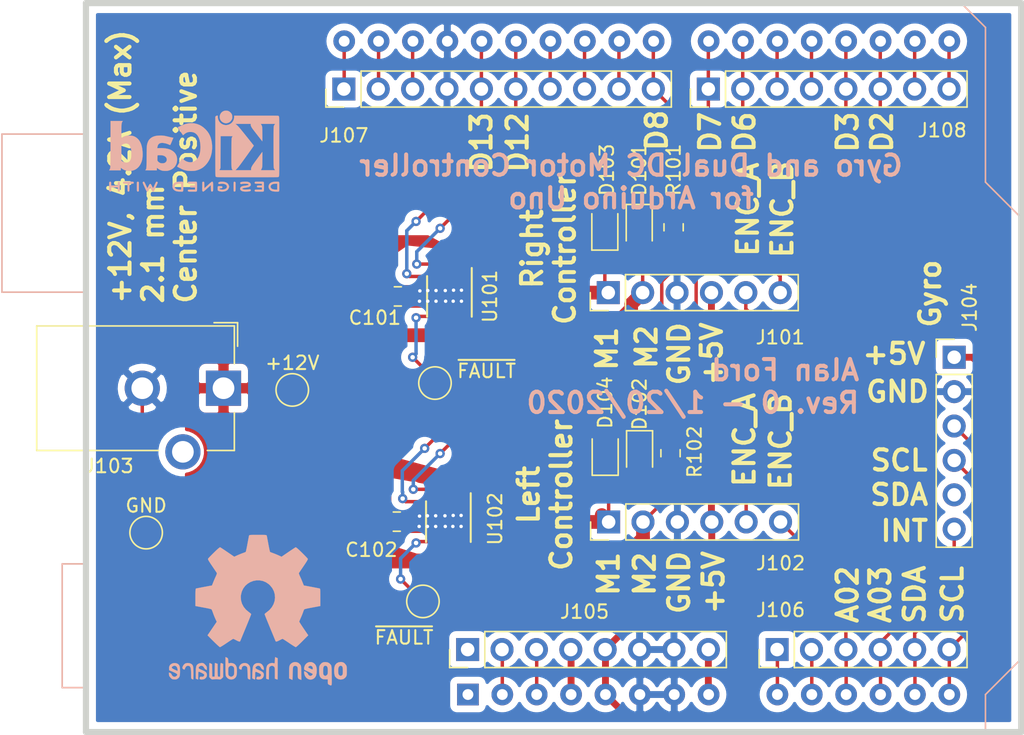
<source format=kicad_pcb>
(kicad_pcb (version 20171130) (host pcbnew "(5.1.4-0-10_14)")
  (layers (0 F.Cu signal) (31 B.Cu signal) (34 B.Paste user) (35 F.Paste user) (36 B.SilkS user) (37 F.SilkS user) (38 B.Mask user) (39 F.Mask user) (44 Edge.Cuts user))
  (net 0 "")
  (net 1 /SCL)
  (net 2 /SDA)
  (net 3 /D2)
  (net 4 /IOREF)
  (net 5 /D3)
  (net 6 /RESET)
  (net 7 /D4)
  (net 8 +3V3)
  (net 9 /D5)
  (net 10 +5V)
  (net 11 /D6)
  (net 12 GND)
  (net 13 /D7)
  (net 14 /D8)
  (net 15 +12V)
  (net 16 /D9)
  (net 17 /D10)
  (net 18 /D11)
  (net 19 /D12)
  (net 20 /D13)
  (net 21 /AREF)
  (net 22 /D0)
  (net 23 /D1)
  (net 24 "Net-(D101-Pad1)")
  (net 25 "Net-(D102-Pad1)")
  (net 26 "Net-(U101-Pad1)")
  (net 27 "Net-(U102-Pad1)")
  (net 28 /Vin)
  (net 29 /M1R)
  (net 30 /M1L)
  (net 31 /M2R)
  (net 32 /M2L)
  (net 33 /ALT_SCL)
  (net 34 /ALT_SDA)
  (net 35 /A0)
  (net 36 /A1)
  (net 37 /A2)
  (net 38 /A3)
  (net 39 "Net-(TP101-Pad1)")
  (net 40 "Net-(TP102-Pad1)")
  (module Symbol:OSHW-Logo2_14.6x12mm_SilkScreen (layer B.Cu) (at 133.858 104.775 180)
    (fp_text reference REF** hide)
    (fp_text value OSHW-Logo2_14.6x12mm_SilkScreen hide)
  )
  (module TestPoint:TestPoint_Pad_D2.0mm (layer F.Cu) (at 125.603 99.06)
    (fp_text reference GND (at 0 -1.998) (layer F.SilkS))
    (fp_text value TestPoint_Pad_D2.0mm)
    (pad 1 smd circle (at 0 0) (size 2 2) (layers F.Cu F.Mask) (net 12 GND))
  )
  (module TestPoint:TestPoint_Pad_D2.0mm (layer F.Cu) (at 136.398 88.519)
    (fp_text reference +12V (at 0 -1.998) (layer F.SilkS))
    (fp_text value TestPoint_Pad_D2.0mm)
    (pad 1 smd circle (at 0 0) (size 2 2) (layers F.Cu F.Mask) (net 15 +12V))
  )
  (module Symbol:KiCad-Logo2_5mm_SilkScreen (layer B.Cu) (at 129.159 70.866 180)
    (fp_text reference REF** hide)
    (fp_text value KiCad-Logo2_5mm_SilkScreen hide)
  )
  (module Capacitor_SMD:C_0805_2012Metric (layer F.Cu) (at 144.1196 98.2472)
    (fp_text reference C102 (at -1.8796 2.0828) (layer F.SilkS))
    (fp_text value "1 uF" hide)
    (pad 2 smd roundrect (at 0.9375 0) (size 0.975 1.4) (layers F.Cu F.Paste F.Mask) (net 12 GND))
    (pad 1 smd roundrect (at -0.9375 0) (size 0.975 1.4) (layers F.Cu F.Paste F.Mask) (net 15 +12V))
  )
  (module Connector_PinHeader_2.54mm:PinHeader_1x06_P2.54mm_Vertical (layer F.Cu) (at 159.7406 81.3308 90)
    (fp_text reference J101 (at -3.302 12.7) (layer F.SilkS))
    (fp_text value Conn_01x06 hide)
    (pad 6 thru_hole oval (at 0 12.7 90) (size 1.7 1.7) (drill 1) (layers *.Cu *.Mask) (net 11 /D6))
    (pad 5 thru_hole oval (at 0 10.16 90) (size 1.7 1.7) (drill 1) (layers *.Cu *.Mask) (net 5 /D3))
    (pad 4 thru_hole oval (at 0 7.62 90) (size 1.7 1.7) (drill 1) (layers *.Cu *.Mask) (net 10 +5V))
    (pad 3 thru_hole oval (at 0 5.08 90) (size 1.7 1.7) (drill 1) (layers *.Cu *.Mask) (net 12 GND))
    (pad 2 thru_hole oval (at 0 2.54 90) (size 1.7 1.7) (drill 1) (layers *.Cu *.Mask) (net 31 /M2R))
    (pad 1 thru_hole rect (at 0 0 90) (size 1.7 1.7) (drill 1) (layers *.Cu *.Mask) (net 29 /M1R))
  )
  (module LED_SMD:LED_0805_2012Metric (layer F.Cu) (at 162.0266 76.5048 270)
    (fp_text reference D101 (at -4.2418 0 90) (layer F.SilkS))
    (fp_text value RED hide)
    (pad 1 smd roundrect (at -0.9375 0 270) (size 0.975 1.4) (layers F.Cu F.Paste F.Mask) (net 24 "Net-(D101-Pad1)"))
    (pad 2 smd roundrect (at 0.9375 0 270) (size 0.975 1.4) (layers F.Cu F.Paste F.Mask) (net 29 /M1R))
  )
  (module Resistor_SMD:R_0805_2012Metric (layer F.Cu) (at 164.5666 76.5048 270)
    (fp_text reference R101 (at -4.2418 0 90) (layer F.SilkS))
    (fp_text value 4.7K hide)
    (pad 1 smd roundrect (at -0.9375 0 270) (size 0.975 1.4) (layers F.Cu F.Paste F.Mask) (net 24 "Net-(D101-Pad1)"))
    (pad 2 smd roundrect (at 0.9375 0 270) (size 0.975 1.4) (layers F.Cu F.Paste F.Mask) (net 31 /M2R))
  )
  (module Connector_PinHeader_2.54mm:PinHeader_1x06_P2.54mm_Vertical (layer F.Cu) (at 159.766 98.2726 90)
    (fp_text reference J102 (at -3.048 12.7) (layer F.SilkS))
    (fp_text value Conn_01x06 hide)
    (pad 1 thru_hole rect (at 0 0 90) (size 1.7 1.7) (drill 1) (layers *.Cu *.Mask) (net 30 /M1L))
    (pad 2 thru_hole oval (at 0 2.54 90) (size 1.7 1.7) (drill 1) (layers *.Cu *.Mask) (net 32 /M2L))
    (pad 3 thru_hole oval (at 0 5.08 90) (size 1.7 1.7) (drill 1) (layers *.Cu *.Mask) (net 12 GND))
    (pad 4 thru_hole oval (at 0 7.62 90) (size 1.7 1.7) (drill 1) (layers *.Cu *.Mask) (net 10 +5V))
    (pad 5 thru_hole oval (at 0 10.16 90) (size 1.7 1.7) (drill 1) (layers *.Cu *.Mask) (net 3 /D2))
    (pad 6 thru_hole oval (at 0 12.7 90) (size 1.7 1.7) (drill 1) (layers *.Cu *.Mask) (net 37 /A2))
  )
  (module Module:Arduino_UNO_R3 (layer B.Cu) (at 149.373001 111.019001)
    (fp_text reference A101 hide)
    (fp_text value Arduino_UNO_R3 hide)
    (pad 32 thru_hole oval (at -9.14 -48.26 270) (size 1.6 1.6) (drill 0.8) (layers *.Cu *.Mask) (net 33 /ALT_SCL))
    (pad 31 thru_hole oval (at -6.6 -48.26 270) (size 1.6 1.6) (drill 0.8) (layers *.Cu *.Mask) (net 34 /ALT_SDA))
    (pad 1 thru_hole rect (at 0 0 270) (size 1.6 1.6) (drill 0.8) (layers *.Cu *.Mask))
    (pad 17 thru_hole oval (at 30.48 -48.26 270) (size 1.6 1.6) (drill 0.8) (layers *.Cu *.Mask) (net 3 /D2))
    (pad 2 thru_hole oval (at 2.54 0 270) (size 1.6 1.6) (drill 0.8) (layers *.Cu *.Mask) (net 4 /IOREF))
    (pad 18 thru_hole oval (at 27.94 -48.26 270) (size 1.6 1.6) (drill 0.8) (layers *.Cu *.Mask) (net 5 /D3))
    (pad 3 thru_hole oval (at 5.08 0 270) (size 1.6 1.6) (drill 0.8) (layers *.Cu *.Mask) (net 6 /RESET))
    (pad 19 thru_hole oval (at 25.4 -48.26 270) (size 1.6 1.6) (drill 0.8) (layers *.Cu *.Mask) (net 7 /D4))
    (pad 4 thru_hole oval (at 7.62 0 270) (size 1.6 1.6) (drill 0.8) (layers *.Cu *.Mask) (net 8 +3V3))
    (pad 20 thru_hole oval (at 22.86 -48.26 270) (size 1.6 1.6) (drill 0.8) (layers *.Cu *.Mask) (net 9 /D5))
    (pad 5 thru_hole oval (at 10.16 0 270) (size 1.6 1.6) (drill 0.8) (layers *.Cu *.Mask) (net 10 +5V))
    (pad 21 thru_hole oval (at 20.32 -48.26 270) (size 1.6 1.6) (drill 0.8) (layers *.Cu *.Mask) (net 11 /D6))
    (pad 6 thru_hole oval (at 12.7 0 270) (size 1.6 1.6) (drill 0.8) (layers *.Cu *.Mask) (net 12 GND))
    (pad 22 thru_hole oval (at 17.78 -48.26 270) (size 1.6 1.6) (drill 0.8) (layers *.Cu *.Mask) (net 13 /D7))
    (pad 7 thru_hole oval (at 15.24 0 270) (size 1.6 1.6) (drill 0.8) (layers *.Cu *.Mask) (net 12 GND))
    (pad 23 thru_hole oval (at 13.72 -48.26 270) (size 1.6 1.6) (drill 0.8) (layers *.Cu *.Mask) (net 14 /D8))
    (pad 8 thru_hole oval (at 17.78 0 270) (size 1.6 1.6) (drill 0.8) (layers *.Cu *.Mask) (net 28 /Vin))
    (pad 24 thru_hole oval (at 11.18 -48.26 270) (size 1.6 1.6) (drill 0.8) (layers *.Cu *.Mask) (net 16 /D9))
    (pad 9 thru_hole oval (at 22.86 0 270) (size 1.6 1.6) (drill 0.8) (layers *.Cu *.Mask) (net 35 /A0))
    (pad 25 thru_hole oval (at 8.64 -48.26 270) (size 1.6 1.6) (drill 0.8) (layers *.Cu *.Mask) (net 17 /D10))
    (pad 10 thru_hole oval (at 25.4 0 270) (size 1.6 1.6) (drill 0.8) (layers *.Cu *.Mask) (net 36 /A1))
    (pad 26 thru_hole oval (at 6.1 -48.26 270) (size 1.6 1.6) (drill 0.8) (layers *.Cu *.Mask) (net 18 /D11))
    (pad 11 thru_hole oval (at 27.94 0 270) (size 1.6 1.6) (drill 0.8) (layers *.Cu *.Mask) (net 37 /A2))
    (pad 27 thru_hole oval (at 3.56 -48.26 270) (size 1.6 1.6) (drill 0.8) (layers *.Cu *.Mask) (net 19 /D12))
    (pad 12 thru_hole oval (at 30.48 0 270) (size 1.6 1.6) (drill 0.8) (layers *.Cu *.Mask) (net 38 /A3))
    (pad 28 thru_hole oval (at 1.02 -48.26 270) (size 1.6 1.6) (drill 0.8) (layers *.Cu *.Mask) (net 20 /D13))
    (pad 13 thru_hole oval (at 33.02 0 270) (size 1.6 1.6) (drill 0.8) (layers *.Cu *.Mask) (net 2 /SDA))
    (pad 29 thru_hole oval (at -1.52 -48.26 270) (size 1.6 1.6) (drill 0.8) (layers *.Cu *.Mask) (net 12 GND))
    (pad 14 thru_hole oval (at 35.56 0 270) (size 1.6 1.6) (drill 0.8) (layers *.Cu *.Mask) (net 1 /SCL))
    (pad 30 thru_hole oval (at -4.06 -48.26 270) (size 1.6 1.6) (drill 0.8) (layers *.Cu *.Mask) (net 21 /AREF))
    (pad 15 thru_hole oval (at 35.56 -48.26 270) (size 1.6 1.6) (drill 0.8) (layers *.Cu *.Mask) (net 22 /D0))
    (pad 16 thru_hole oval (at 33.02 -48.26 270) (size 1.6 1.6) (drill 0.8) (layers *.Cu *.Mask) (net 23 /D1))
  )
  (module Capacitor_SMD:C_0805_2012Metric (layer F.Cu) (at 144.1958 81.6102)
    (fp_text reference C101 (at -1.7018 1.5748) (layer F.SilkS))
    (fp_text value "1 uF" hide)
    (pad 1 smd roundrect (at -0.9375 0) (size 0.975 1.4) (layers F.Cu F.Paste F.Mask) (net 15 +12V))
    (pad 2 smd roundrect (at 0.9375 0) (size 0.975 1.4) (layers F.Cu F.Paste F.Mask) (net 12 GND))
  )
  (module LED_SMD:LED_0805_2012Metric (layer F.Cu) (at 162.052 93.218 270)
    (fp_text reference D102 (at -3.6576 0 90) (layer F.SilkS))
    (fp_text value RED hide)
    (pad 2 smd roundrect (at 0.9375 0 270) (size 0.975 1.4) (layers F.Cu F.Paste F.Mask) (net 30 /M1L))
    (pad 1 smd roundrect (at -0.9375 0 270) (size 0.975 1.4) (layers F.Cu F.Paste F.Mask) (net 25 "Net-(D102-Pad1)"))
  )
  (module Connector_PinHeader_2.54mm:PinHeader_1x08_P2.54mm_Vertical (layer F.Cu) (at 149.352 107.696 90)
    (fp_text reference J105 (at 2.794 8.636 180) (layer F.SilkS))
    (fp_text value Conn_01x08 hide)
    (pad 1 thru_hole rect (at 0 0 90) (size 1.7 1.7) (drill 1) (layers *.Cu *.Mask))
    (pad 2 thru_hole oval (at 0 2.54 90) (size 1.7 1.7) (drill 1) (layers *.Cu *.Mask) (net 4 /IOREF))
    (pad 3 thru_hole oval (at 0 5.08 90) (size 1.7 1.7) (drill 1) (layers *.Cu *.Mask) (net 6 /RESET))
    (pad 4 thru_hole oval (at 0 7.62 90) (size 1.7 1.7) (drill 1) (layers *.Cu *.Mask) (net 8 +3V3))
    (pad 5 thru_hole oval (at 0 10.16 90) (size 1.7 1.7) (drill 1) (layers *.Cu *.Mask) (net 10 +5V))
    (pad 6 thru_hole oval (at 0 12.7 90) (size 1.7 1.7) (drill 1) (layers *.Cu *.Mask) (net 12 GND))
    (pad 7 thru_hole oval (at 0 15.24 90) (size 1.7 1.7) (drill 1) (layers *.Cu *.Mask) (net 12 GND))
    (pad 8 thru_hole oval (at 0 17.78 90) (size 1.7 1.7) (drill 1) (layers *.Cu *.Mask) (net 28 /Vin))
  )
  (module Connector_PinHeader_2.54mm:PinHeader_1x06_P2.54mm_Vertical (layer F.Cu) (at 172.212 107.696 90)
    (fp_text reference J106 (at 2.921 0.254 180) (layer F.SilkS))
    (fp_text value Conn_01x06 hide)
    (pad 1 thru_hole rect (at 0 0 90) (size 1.7 1.7) (drill 1) (layers *.Cu *.Mask) (net 35 /A0))
    (pad 2 thru_hole oval (at 0 2.54 90) (size 1.7 1.7) (drill 1) (layers *.Cu *.Mask) (net 36 /A1))
    (pad 3 thru_hole oval (at 0 5.08 90) (size 1.7 1.7) (drill 1) (layers *.Cu *.Mask) (net 37 /A2))
    (pad 4 thru_hole oval (at 0 7.62 90) (size 1.7 1.7) (drill 1) (layers *.Cu *.Mask) (net 38 /A3))
    (pad 5 thru_hole oval (at 0 10.16 90) (size 1.7 1.7) (drill 1) (layers *.Cu *.Mask) (net 2 /SDA))
    (pad 6 thru_hole oval (at 0 12.7 90) (size 1.7 1.7) (drill 1) (layers *.Cu *.Mask) (net 1 /SCL))
  )
  (module Connector_PinHeader_2.54mm:PinHeader_1x10_P2.54mm_Vertical (layer F.Cu) (at 140.208 66.294 90)
    (fp_text reference J107 (at -3.429 0 180) (layer F.SilkS))
    (fp_text value Conn_01x10 hide)
    (pad 1 thru_hole rect (at 0 0 90) (size 1.7 1.7) (drill 1) (layers *.Cu *.Mask) (net 33 /ALT_SCL))
    (pad 2 thru_hole oval (at 0 2.54 90) (size 1.7 1.7) (drill 1) (layers *.Cu *.Mask) (net 34 /ALT_SDA))
    (pad 3 thru_hole oval (at 0 5.08 90) (size 1.7 1.7) (drill 1) (layers *.Cu *.Mask) (net 21 /AREF))
    (pad 4 thru_hole oval (at 0 7.62 90) (size 1.7 1.7) (drill 1) (layers *.Cu *.Mask) (net 12 GND))
    (pad 5 thru_hole oval (at 0 10.16 90) (size 1.7 1.7) (drill 1) (layers *.Cu *.Mask) (net 20 /D13))
    (pad 6 thru_hole oval (at 0 12.7 90) (size 1.7 1.7) (drill 1) (layers *.Cu *.Mask) (net 19 /D12))
    (pad 7 thru_hole oval (at 0 15.24 90) (size 1.7 1.7) (drill 1) (layers *.Cu *.Mask) (net 18 /D11))
    (pad 8 thru_hole oval (at 0 17.78 90) (size 1.7 1.7) (drill 1) (layers *.Cu *.Mask) (net 17 /D10))
    (pad 9 thru_hole oval (at 0 20.32 90) (size 1.7 1.7) (drill 1) (layers *.Cu *.Mask) (net 16 /D9))
    (pad 10 thru_hole oval (at 0 22.86 90) (size 1.7 1.7) (drill 1) (layers *.Cu *.Mask) (net 14 /D8))
  )
  (module Connector_PinHeader_2.54mm:PinHeader_1x08_P2.54mm_Vertical (layer F.Cu) (at 167.132 66.294 90)
    (fp_text reference J108 (at -3.048 17.272) (layer F.SilkS))
    (fp_text value Conn_01x08 hide)
    (pad 8 thru_hole oval (at 0 17.78 90) (size 1.7 1.7) (drill 1) (layers *.Cu *.Mask) (net 22 /D0))
    (pad 7 thru_hole oval (at 0 15.24 90) (size 1.7 1.7) (drill 1) (layers *.Cu *.Mask) (net 23 /D1))
    (pad 6 thru_hole oval (at 0 12.7 90) (size 1.7 1.7) (drill 1) (layers *.Cu *.Mask) (net 3 /D2))
    (pad 5 thru_hole oval (at 0 10.16 90) (size 1.7 1.7) (drill 1) (layers *.Cu *.Mask) (net 5 /D3))
    (pad 4 thru_hole oval (at 0 7.62 90) (size 1.7 1.7) (drill 1) (layers *.Cu *.Mask) (net 7 /D4))
    (pad 3 thru_hole oval (at 0 5.08 90) (size 1.7 1.7) (drill 1) (layers *.Cu *.Mask) (net 9 /D5))
    (pad 2 thru_hole oval (at 0 2.54 90) (size 1.7 1.7) (drill 1) (layers *.Cu *.Mask) (net 11 /D6))
    (pad 1 thru_hole rect (at 0 0 90) (size 1.7 1.7) (drill 1) (layers *.Cu *.Mask) (net 13 /D7))
  )
  (module Resistor_SMD:R_0805_2012Metric (layer F.Cu) (at 164.338 93.1926 270)
    (fp_text reference R102 (at -0.1016 -1.778 90) (layer F.SilkS))
    (fp_text value 4.7K hide)
    (pad 2 smd roundrect (at 0.9375 0 270) (size 0.975 1.4) (layers F.Cu F.Paste F.Mask) (net 32 /M2L))
    (pad 1 smd roundrect (at -0.9375 0 270) (size 0.975 1.4) (layers F.Cu F.Paste F.Mask) (net 25 "Net-(D102-Pad1)"))
  )
  (module Connector_PinHeader_2.54mm:PinHeader_1x06_P2.54mm_Vertical (layer F.Cu) (at 185.293 86.106)
    (fp_text reference J104 (at 1.143 -3.683 90) (layer F.SilkS))
    (fp_text value Conn_01x06 hide)
    (pad 1 thru_hole rect (at 0 0) (size 1.7 1.7) (drill 1) (layers *.Cu *.Mask) (net 10 +5V))
    (pad 2 thru_hole oval (at 0 2.54) (size 1.7 1.7) (drill 1) (layers *.Cu *.Mask) (net 12 GND))
    (pad 3 thru_hole oval (at 0 5.08) (size 1.7 1.7) (drill 1) (layers *.Cu *.Mask) (net 1 /SCL))
    (pad 4 thru_hole oval (at 0 7.62) (size 1.7 1.7) (drill 1) (layers *.Cu *.Mask) (net 2 /SDA))
    (pad 5 thru_hole oval (at 0 10.16) (size 1.7 1.7) (drill 1) (layers *.Cu *.Mask))
    (pad 6 thru_hole oval (at 0 12.7) (size 1.7 1.7) (drill 1) (layers *.Cu *.Mask) (net 38 /A3))
  )
  (module motor_controller:max14870 (layer F.Cu) (at 148.0058 81.6102 270)
    (fp_text reference U101 (at 0 -2.9972 90) (layer F.SilkS))
    (fp_text value MAX14780 hide)
    (pad 1 smd rect (at -1.475 -1.25 270) (size 0.65 0.3) (layers F.Cu F.Paste F.Mask) (net 26 "Net-(U101-Pad1)"))
    (pad 2 smd rect (at -1.475 -0.75 270) (size 0.65 0.3) (layers F.Cu F.Paste F.Mask) (net 29 /M1R))
    (pad 3 smd rect (at -1.475 -0.25 270) (size 0.65 0.3) (layers F.Cu F.Paste F.Mask) (net 15 +12V))
    (pad 4 smd rect (at -1.475 0.25 270) (size 0.65 0.3) (layers F.Cu F.Paste F.Mask) (net 12 GND))
    (pad 5 smd rect (at -1.475 0.75 270) (size 0.65 0.3) (layers F.Cu F.Paste F.Mask) (net 19 /D12))
    (pad 8 smd rect (at 1.475 0.75 270) (size 0.65 0.3) (layers F.Cu F.Paste F.Mask) (net 12 GND))
    (pad 9 smd rect (at 1.475 0.25 270) (size 0.65 0.3) (layers F.Cu F.Paste F.Mask) (net 12 GND))
    (pad 10 smd rect (at 1.475 -0.25 270) (size 0.65 0.3) (layers F.Cu F.Paste F.Mask) (net 15 +12V))
    (pad 11 smd rect (at 1.475 -0.75 270) (size 0.65 0.3) (layers F.Cu F.Paste F.Mask) (net 31 /M2R))
    (pad 12 smd rect (at 1.475 -1.25 270) (size 0.65 0.3) (layers F.Cu F.Paste F.Mask) (net 26 "Net-(U101-Pad1)"))
    (pad 13 smd rect (at 0 0 270) (size 1.7 2.5) (layers F.Cu F.Mask) (net 12 GND))
    (pad 6 smd rect (at -1.475 1.25 270) (size 0.65 0.3) (layers F.Cu F.Paste F.Mask) (net 20 /D13))
    (pad 7 smd rect (at 1.475 1.25 270) (size 0.65 0.3) (layers F.Cu F.Paste F.Mask) (net 39 "Net-(TP101-Pad1)"))
  )
  (module motor_controller:max14870 (layer F.Cu) (at 147.9296 98.2472 270)
    (fp_text reference U102 (at -0.2032 -3.4544 90) (layer F.SilkS))
    (fp_text value MAX14780 hide)
    (pad 7 smd rect (at 1.475 1.25 270) (size 0.65 0.3) (layers F.Cu F.Paste F.Mask) (net 40 "Net-(TP102-Pad1)"))
    (pad 6 smd rect (at -1.475 1.25 270) (size 0.65 0.3) (layers F.Cu F.Paste F.Mask) (net 14 /D8))
    (pad 13 smd rect (at 0 0 270) (size 1.7 2.5) (layers F.Cu F.Mask) (net 12 GND))
    (pad 12 smd rect (at 1.475 -1.25 270) (size 0.65 0.3) (layers F.Cu F.Paste F.Mask) (net 27 "Net-(U102-Pad1)"))
    (pad 11 smd rect (at 1.475 -0.75 270) (size 0.65 0.3) (layers F.Cu F.Paste F.Mask) (net 32 /M2L))
    (pad 10 smd rect (at 1.475 -0.25 270) (size 0.65 0.3) (layers F.Cu F.Paste F.Mask) (net 15 +12V))
    (pad 9 smd rect (at 1.475 0.25 270) (size 0.65 0.3) (layers F.Cu F.Paste F.Mask) (net 12 GND))
    (pad 8 smd rect (at 1.475 0.75 270) (size 0.65 0.3) (layers F.Cu F.Paste F.Mask) (net 12 GND))
    (pad 5 smd rect (at -1.475 0.75 270) (size 0.65 0.3) (layers F.Cu F.Paste F.Mask) (net 13 /D7))
    (pad 4 smd rect (at -1.475 0.25 270) (size 0.65 0.3) (layers F.Cu F.Paste F.Mask) (net 12 GND))
    (pad 3 smd rect (at -1.475 -0.25 270) (size 0.65 0.3) (layers F.Cu F.Paste F.Mask) (net 15 +12V))
    (pad 2 smd rect (at -1.475 -0.75 270) (size 0.65 0.3) (layers F.Cu F.Paste F.Mask) (net 30 /M1L))
    (pad 1 smd rect (at -1.475 -1.25 270) (size 0.65 0.3) (layers F.Cu F.Paste F.Mask) (net 27 "Net-(U102-Pad1)"))
  )
  (module LED_SMD:LED_0805_2012Metric (layer F.Cu) (at 159.4866 76.5048 90)
    (fp_text reference D103 (at 4.2418 0.1524 90) (layer F.SilkS))
    (fp_text value GREEN)
    (pad 1 smd roundrect (at -0.9375 0 90) (size 0.975 1.4) (layers F.Cu F.Paste F.Mask) (net 29 /M1R))
    (pad 2 smd roundrect (at 0.9375 0 90) (size 0.975 1.4) (layers F.Cu F.Paste F.Mask) (net 24 "Net-(D101-Pad1)"))
  )
  (module LED_SMD:LED_0805_2012Metric (layer F.Cu) (at 159.512 93.1395 90)
    (fp_text reference D104 (at 3.683 0 90) (layer F.SilkS))
    (fp_text value GREEN)
    (pad 2 smd roundrect (at 0.9375 0 90) (size 0.975 1.4) (layers F.Cu F.Paste F.Mask) (net 25 "Net-(D102-Pad1)"))
    (pad 1 smd roundrect (at -0.9375 0 90) (size 0.975 1.4) (layers F.Cu F.Paste F.Mask) (net 30 /M1L))
  )
  (module Connector_BarrelJack:BarrelJack_CUI_PJ-102AH_Horizontal (layer F.Cu) (at 131.318 88.392 270)
    (fp_text reference J103 (at 5.75 8.45) (layer F.SilkS))
    (fp_text value Barrel_Jack_Switch)
    (pad 1 thru_hole rect (at 0 0 270) (size 2.6 2.6) (drill 1.6) (layers *.Cu *.Mask) (net 15 +12V))
    (pad 2 thru_hole circle (at 0 6 270) (size 2.6 2.6) (drill 1.6) (layers *.Cu *.Mask) (net 12 GND))
    (pad 3 thru_hole circle (at 4.7 3 270) (size 2.6 2.6) (drill 1.6) (layers *.Cu *.Mask))
  )
  (module TestPoint:TestPoint_Pad_D2.0mm (layer F.Cu) (at 146.939 88.011)
    (fp_text reference ~FAULT (at 3.81 -0.889) (layer F.SilkS))
    (fp_text value TestPoint)
    (pad 1 smd circle (at 0 0) (size 2 2) (layers F.Cu F.Mask) (net 39 "Net-(TP101-Pad1)"))
  )
  (module TestPoint:TestPoint_Pad_D2.0mm (layer F.Cu) (at 146.05 104.14)
    (fp_text reference ~FAULT (at -1.397 2.667) (layer F.SilkS))
    (fp_text value TestPoint)
    (pad 1 smd circle (at 0 0) (size 2 2) (layers F.Cu F.Mask) (net 40 "Net-(TP102-Pad1)"))
  )
  (gr_text SCL (at 185.166 103.632 90) (layer F.SilkS) (effects (font (size 1.5 1.5) (thickness 0.3))))
  (gr_text SDA (at 182.372 103.632 90) (layer F.SilkS) (effects (font (size 1.5 1.5) (thickness 0.3))))
  (gr_text A03 (at 179.832 103.632 90) (layer F.SilkS) (effects (font (size 1.5 1.5) (thickness 0.3))))
  (gr_text A02 (at 177.419 103.632 90) (layer F.SilkS) (effects (font (size 1.5 1.5) (thickness 0.3))))
  (gr_text D13 (at 150.368 70.231 90) (layer F.SilkS) (effects (font (size 1.5 1.5) (thickness 0.3))))
  (gr_text D12 (at 153.035 70.231 90) (layer F.SilkS) (effects (font (size 1.5 1.5) (thickness 0.3))))
  (gr_text D8 (at 163.322 69.342 90) (layer F.SilkS) (effects (font (size 1.5 1.5) (thickness 0.3))))
  (gr_text D7 (at 167.259 69.469 90) (layer F.SilkS) (effects (font (size 1.5 1.5) (thickness 0.3))))
  (gr_text D6 (at 169.799 69.469 90) (layer F.SilkS) (effects (font (size 1.5 1.5) (thickness 0.3))))
  (gr_text D3 (at 177.419 69.469 90) (layer F.SilkS) (effects (font (size 1.5 1.5) (thickness 0.3))))
  (gr_text D2 (at 179.959 69.469 90) (layer F.SilkS) (effects (font (size 1.5 1.5) (thickness 0.3))))
  (gr_text "Alan Ford\nRev. 0 - 1/20/2020" (at 178.435 88.265) (layer B.SilkS) (effects (font (size 1.5 1.5) (thickness 0.3)) (justify left mirror)))
  (gr_text "Gyro and Dual DC Motor Controller\nfor Arduino Uno" (at 161.417 73.152) (layer B.SilkS) (effects (font (size 1.5 1.5) (thickness 0.3)) (justify mirror)))
  (gr_text "+12V, 4.2A (Max)\n2.1 mm \nCenter Positive" (at 126.111 82.296 90) (layer F.SilkS) (effects (font (size 1.5 1.5) (thickness 0.3)) (justify left)))
  (gr_text M1 (at 159.639 85.471 90) (layer F.SilkS) (effects (font (size 1.5 1.5) (thickness 0.3))))
  (gr_text M2 (at 162.56 85.344 90) (layer F.SilkS) (effects (font (size 1.5 1.5) (thickness 0.3))))
  (gr_text GND (at 164.973 85.852 90) (layer F.SilkS) (effects (font (size 1.5 1.5) (thickness 0.3))))
  (gr_text +5V (at 167.386 85.852 90) (layer F.SilkS) (effects (font (size 1.5 1.5) (thickness 0.3))))
  (gr_text ENC_B (at 172.593 75.184 90) (layer F.SilkS) (effects (font (size 1.5 1.5) (thickness 0.3))))
  (gr_text ENC_A (at 170.053 75.184 90) (layer F.SilkS) (effects (font (size 1.5 1.5) (thickness 0.3))))
  (gr_text ENC_B (at 172.466 92.329 90) (layer F.SilkS) (effects (font (size 1.5 1.5) (thickness 0.3))))
  (gr_text ENC_A (at 169.799 92.202 90) (layer F.SilkS) (effects (font (size 1.5 1.5) (thickness 0.3))))
  (gr_text +5V (at 167.513 102.743 90) (layer F.SilkS) (effects (font (size 1.5 1.5) (thickness 0.3))))
  (gr_text GND (at 164.973 102.743 90) (layer F.SilkS) (effects (font (size 1.5 1.5) (thickness 0.3))))
  (gr_text M2 (at 162.433 102.108 90) (layer F.SilkS) (effects (font (size 1.5 1.5) (thickness 0.3))))
  (gr_text M1 (at 159.766 102.108 90) (layer F.SilkS) (effects (font (size 1.5 1.5) (thickness 0.3))))
  (gr_text INT (at 181.61 98.933) (layer F.SilkS) (effects (font (size 1.5 1.5) (thickness 0.3))))
  (gr_text SDA (at 181.229 96.266) (layer F.SilkS) (effects (font (size 1.5 1.5) (thickness 0.3))))
  (gr_text SCL (at 181.229 93.726) (layer F.SilkS) (effects (font (size 1.5 1.5) (thickness 0.3))))
  (gr_text GND (at 181.102 88.646) (layer F.SilkS) (effects (font (size 1.5 1.5) (thickness 0.3))))
  (gr_text +5V (at 180.848 85.852) (layer F.SilkS) (effects (font (size 1.5 1.5) (thickness 0.3))))
  (gr_text Gyro (at 183.515 81.407 90) (layer F.SilkS) (effects (font (size 1.5 1.5) (thickness 0.3))))
  (gr_text "Left\nController" (at 155.067 96.266 90) (layer F.SilkS) (effects (font (size 1.5 1.5) (thickness 0.3))))
  (gr_text "Right\nController" (at 155.321 78.105 90) (layer F.SilkS) (effects (font (size 1.5 1.5) (thickness 0.3))))
  (gr_line (start 121.158 113.792) (end 121.158 59.944) (layer Edge.Cuts) (width 0.4572))
  (gr_line (start 190.246 113.792) (end 121.158 113.792) (layer Edge.Cuts) (width 0.4572))
  (gr_line (start 190.246 59.944) (end 190.246 113.792) (layer Edge.Cuts) (width 0.4572))
  (gr_line (start 121.158 59.944) (end 190.246 59.944) (layer Edge.Cuts) (width 0.4572))
  (segment (start 184.933001 107.717001) (end 184.912 107.696) (width 0.254) (layer F.Cu) (net 1))
  (segment (start 184.933001 111.019001) (end 184.933001 107.717001) (width 0.254) (layer F.Cu) (net 1))
  (segment (start 187.96 93.853) (end 185.293 91.186) (width 0.254) (layer F.Cu) (net 1))
  (segment (start 187.96 104.648) (end 187.96 93.853) (width 0.254) (layer F.Cu) (net 1))
  (segment (start 184.912 107.696) (end 187.96 104.648) (width 0.254) (layer F.Cu) (net 1))
  (segment (start 182.393001 107.717001) (end 182.372 107.696) (width 0.254) (layer F.Cu) (net 2))
  (segment (start 182.393001 111.019001) (end 182.393001 107.717001) (width 0.254) (layer F.Cu) (net 2))
  (segment (start 187.198 95.631) (end 185.293 93.726) (width 0.254) (layer F.Cu) (net 2))
  (segment (start 184.404 105.156) (end 187.198 102.362) (width 0.254) (layer F.Cu) (net 2))
  (segment (start 187.198 102.362) (end 187.198 95.631) (width 0.254) (layer F.Cu) (net 2))
  (segment (start 182.372 107.696) (end 182.372 106.493919) (width 0.254) (layer F.Cu) (net 2))
  (segment (start 183.709919 105.156) (end 184.404 105.156) (width 0.254) (layer F.Cu) (net 2))
  (segment (start 182.372 106.493919) (end 183.709919 105.156) (width 0.254) (layer F.Cu) (net 2))
  (segment (start 179.832 62.780002) (end 179.853001 62.759001) (width 0.254) (layer F.Cu) (net 3))
  (segment (start 179.832 66.294) (end 179.832 62.780002) (width 0.254) (layer F.Cu) (net 3))
  (segment (start 169.926 98.2726) (end 169.926 90.424) (width 0.254) (layer F.Cu) (net 3))
  (segment (start 179.832 80.518) (end 179.832 66.294) (width 0.254) (layer F.Cu) (net 3))
  (segment (start 169.926 90.424) (end 179.832 80.518) (width 0.254) (layer F.Cu) (net 3))
  (segment (start 151.913001 107.717001) (end 151.892 107.696) (width 0.254) (layer F.Cu) (net 4))
  (segment (start 151.913001 111.019001) (end 151.913001 107.717001) (width 0.254) (layer F.Cu) (net 4))
  (segment (start 177.292 62.780002) (end 177.313001 62.759001) (width 0.254) (layer F.Cu) (net 5))
  (segment (start 177.292 66.294) (end 177.292 62.780002) (width 0.254) (layer F.Cu) (net 5))
  (segment (start 169.9006 82.532881) (end 172.330719 84.963) (width 0.254) (layer F.Cu) (net 5))
  (segment (start 169.9006 81.3308) (end 169.9006 82.532881) (width 0.254) (layer F.Cu) (net 5))
  (segment (start 172.330719 84.963) (end 173.228 84.963) (width 0.254) (layer F.Cu) (net 5))
  (segment (start 177.292 80.899) (end 177.292 66.294) (width 0.254) (layer F.Cu) (net 5))
  (segment (start 173.228 84.963) (end 177.292 80.899) (width 0.254) (layer F.Cu) (net 5))
  (segment (start 154.453001 107.717001) (end 154.432 107.696) (width 0.254) (layer F.Cu) (net 6))
  (segment (start 154.453001 111.019001) (end 154.453001 107.717001) (width 0.254) (layer F.Cu) (net 6))
  (segment (start 174.752 62.780002) (end 174.773001 62.759001) (width 0.254) (layer F.Cu) (net 7))
  (segment (start 174.752 66.294) (end 174.752 62.780002) (width 0.254) (layer F.Cu) (net 7))
  (segment (start 156.993001 107.717001) (end 156.972 107.696) (width 0.508) (layer F.Cu) (net 8))
  (segment (start 156.993001 111.019001) (end 156.993001 107.717001) (width 0.508) (layer F.Cu) (net 8))
  (segment (start 172.212 62.780002) (end 172.233001 62.759001) (width 0.254) (layer F.Cu) (net 9))
  (segment (start 172.212 66.294) (end 172.212 62.780002) (width 0.254) (layer F.Cu) (net 9))
  (segment (start 159.533001 107.717001) (end 159.512 107.696) (width 0.508) (layer F.Cu) (net 10))
  (segment (start 159.533001 111.019001) (end 159.533001 107.717001) (width 0.508) (layer F.Cu) (net 10))
  (segment (start 167.3606 98.2472) (end 167.386 98.2726) (width 0.508) (layer F.Cu) (net 10))
  (segment (start 167.3606 81.3308) (end 167.3606 98.2472) (width 0.508) (layer F.Cu) (net 10))
  (segment (start 167.386 98.2726) (end 167.386 99.9998) (width 0.508) (layer F.Cu) (net 10))
  (segment (start 167.386 99.9998) (end 163.195 104.1908) (width 0.508) (layer F.Cu) (net 10))
  (segment (start 163.0172 104.1908) (end 159.512 107.696) (width 0.508) (layer F.Cu) (net 10))
  (segment (start 163.195 104.1908) (end 163.0172 104.1908) (width 0.508) (layer F.Cu) (net 10))
  (segment (start 186.651 86.106) (end 185.293 86.106) (width 0.508) (layer F.Cu) (net 10))
  (segment (start 188.976 88.431) (end 186.651 86.106) (width 0.508) (layer F.Cu) (net 10))
  (segment (start 188.976 108.458) (end 188.976 88.431) (width 0.508) (layer F.Cu) (net 10))
  (segment (start 159.533001 111.019001) (end 161.29 112.776) (width 0.508) (layer F.Cu) (net 10))
  (segment (start 161.29 112.776) (end 185.487764 112.776) (width 0.508) (layer F.Cu) (net 10))
  (segment (start 186.69 110.744) (end 188.976 108.458) (width 0.508) (layer F.Cu) (net 10))
  (segment (start 186.69 111.573764) (end 186.69 110.744) (width 0.508) (layer F.Cu) (net 10))
  (segment (start 185.487764 112.776) (end 186.69 111.573764) (width 0.508) (layer F.Cu) (net 10))
  (segment (start 169.672 62.780002) (end 169.693001 62.759001) (width 0.254) (layer F.Cu) (net 11))
  (segment (start 169.672 66.294) (end 169.672 62.780002) (width 0.254) (layer F.Cu) (net 11))
  (segment (start 172.4406 80.128719) (end 171.196 78.884119) (width 0.254) (layer F.Cu) (net 11))
  (segment (start 172.4406 81.3308) (end 172.4406 80.128719) (width 0.254) (layer F.Cu) (net 11))
  (segment (start 171.196 78.884119) (end 171.196 73.406) (width 0.254) (layer F.Cu) (net 11))
  (segment (start 169.672 66.294) (end 169.672 71.882) (width 0.254) (layer F.Cu) (net 11))
  (segment (start 171.196 73.406) (end 169.672 71.882) (width 0.254) (layer F.Cu) (net 11))
  (via (at 148.2598 98.6028) (size 0.508) (drill 0.254) (layers F.Cu B.Cu) (net 12))
  (via (at 148.2852 97.79) (size 0.508) (drill 0.254) (layers F.Cu B.Cu) (net 12))
  (via (at 147.701 98.6028) (size 0.508) (drill 0.254) (layers F.Cu B.Cu) (net 12))
  (via (at 146.9898 98.6028) (size 0.508) (drill 0.254) (layers F.Cu B.Cu) (net 12))
  (via (at 146.9898 97.8154) (size 0.508) (drill 0.254) (layers F.Cu B.Cu) (net 12))
  (via (at 147.6756 97.8154) (size 0.508) (drill 0.254) (layers F.Cu B.Cu) (net 12))
  (via (at 148.8694 97.79) (size 0.508) (drill 0.254) (layers F.Cu B.Cu) (net 12))
  (via (at 148.8694 98.6028) (size 0.508) (drill 0.254) (layers F.Cu B.Cu) (net 12))
  (via (at 146.3802 97.8154) (size 0.508) (drill 0.254) (layers F.Cu B.Cu) (net 12))
  (via (at 146.3802 98.6028) (size 0.508) (drill 0.254) (layers F.Cu B.Cu) (net 12))
  (via (at 145.796 97.8408) (size 0.508) (drill 0.254) (layers F.Cu B.Cu) (net 12))
  (via (at 145.7706 98.6028) (size 0.508) (drill 0.254) (layers F.Cu B.Cu) (net 12))
  (via (at 147.701 81.1784) (size 0.508) (drill 0.254) (layers F.Cu B.Cu) (net 12))
  (via (at 148.2852 81.9658) (size 0.508) (drill 0.254) (layers F.Cu B.Cu) (net 12))
  (via (at 146.4056 81.1784) (size 0.508) (drill 0.254) (layers F.Cu B.Cu) (net 12))
  (via (at 147.0152 81.1784) (size 0.508) (drill 0.254) (layers F.Cu B.Cu) (net 12))
  (via (at 148.8948 81.153) (size 0.508) (drill 0.254) (layers F.Cu B.Cu) (net 12))
  (via (at 148.8948 81.9658) (size 0.508) (drill 0.254) (layers F.Cu B.Cu) (net 12))
  (via (at 148.3106 81.153) (size 0.508) (drill 0.254) (layers F.Cu B.Cu) (net 12))
  (via (at 147.7264 81.9658) (size 0.508) (drill 0.254) (layers F.Cu B.Cu) (net 12))
  (via (at 146.4056 81.9658) (size 0.508) (drill 0.254) (layers F.Cu B.Cu) (net 12))
  (via (at 145.796 81.9658) (size 0.508) (drill 0.254) (layers F.Cu B.Cu) (net 12))
  (via (at 145.8214 81.2038) (size 0.508) (drill 0.254) (layers F.Cu B.Cu) (net 12))
  (via (at 147.0152 81.9658) (size 0.508) (drill 0.254) (layers F.Cu B.Cu) (net 12))
  (segment (start 147.2558 82.3602) (end 148.0058 81.6102) (width 0.254) (layer F.Cu) (net 12))
  (segment (start 147.2558 83.0852) (end 147.2558 82.3602) (width 0.254) (layer F.Cu) (net 12))
  (segment (start 147.7558 81.8602) (end 148.0058 81.6102) (width 0.254) (layer F.Cu) (net 12))
  (segment (start 147.7558 83.0852) (end 147.7558 81.8602) (width 0.254) (layer F.Cu) (net 12))
  (segment (start 147.7558 81.3602) (end 148.0058 81.6102) (width 0.254) (layer F.Cu) (net 12))
  (segment (start 147.7558 80.1352) (end 147.7558 81.3602) (width 0.254) (layer F.Cu) (net 12))
  (segment (start 147.6796 97.9972) (end 147.9296 98.2472) (width 0.254) (layer F.Cu) (net 12))
  (segment (start 147.6796 96.7722) (end 147.6796 97.9972) (width 0.254) (layer F.Cu) (net 12))
  (segment (start 147.1796 98.9972) (end 147.9296 98.2472) (width 0.254) (layer F.Cu) (net 12))
  (segment (start 147.1796 99.7222) (end 147.1796 98.9972) (width 0.254) (layer F.Cu) (net 12))
  (segment (start 147.6796 98.4972) (end 147.9296 98.2472) (width 0.254) (layer F.Cu) (net 12))
  (segment (start 147.6796 99.7222) (end 147.6796 98.4972) (width 0.254) (layer F.Cu) (net 12))
  (segment (start 125.318 98.775) (end 125.603 99.06) (width 0.254) (layer F.Cu) (net 12))
  (segment (start 125.318 88.392) (end 125.318 98.775) (width 0.254) (layer F.Cu) (net 12))
  (segment (start 167.132 62.780002) (end 167.153001 62.759001) (width 0.254) (layer F.Cu) (net 13))
  (segment (start 167.132 66.294) (end 167.132 62.780002) (width 0.254) (layer F.Cu) (net 13))
  (segment (start 147.1796 96.7722) (end 147.1796 96.0748) (width 0.254) (layer F.Cu) (net 13))
  (via (at 145.3388 95.8596) (size 0.6858) (drill 0.3302) (layers F.Cu B.Cu) (net 13))
  (segment (start 146.9644 95.8596) (end 145.3388 95.8596) (width 0.254) (layer F.Cu) (net 13))
  (segment (start 147.1796 96.0748) (end 146.9644 95.8596) (width 0.254) (layer F.Cu) (net 13))
  (via (at 147.32 93.218) (size 0.6858) (drill 0.3302) (layers F.Cu B.Cu) (net 13))
  (segment (start 145.3388 95.1992) (end 147.32 93.218) (width 0.254) (layer B.Cu) (net 13))
  (segment (start 145.3388 95.8596) (end 145.3388 95.1992) (width 0.254) (layer B.Cu) (net 13))
  (segment (start 147.32 93.218) (end 151.13 89.408) (width 0.254) (layer F.Cu) (net 13))
  (segment (start 151.13 89.408) (end 160.147 89.408) (width 0.254) (layer F.Cu) (net 13))
  (segment (start 166.231199 83.323801) (end 166.231199 79.005801) (width 0.254) (layer F.Cu) (net 13))
  (segment (start 160.147 89.408) (end 166.231199 83.323801) (width 0.254) (layer F.Cu) (net 13))
  (segment (start 166.231199 79.005801) (end 167.132 78.105) (width 0.254) (layer F.Cu) (net 13))
  (segment (start 167.132 78.105) (end 167.132 66.294) (width 0.254) (layer F.Cu) (net 13))
  (via (at 144.5514 96.5454) (size 0.6858) (drill 0.3302) (layers F.Cu B.Cu) (net 14))
  (segment (start 144.7782 96.7722) (end 144.5514 96.5454) (width 0.254) (layer F.Cu) (net 14))
  (segment (start 146.6796 96.7722) (end 144.7782 96.7722) (width 0.254) (layer F.Cu) (net 14))
  (segment (start 144.5514 96.060467) (end 144.526 96.035067) (width 0.254) (layer B.Cu) (net 14))
  (segment (start 144.5514 96.5454) (end 144.5514 96.060467) (width 0.254) (layer B.Cu) (net 14))
  (via (at 146.177 92.837) (size 0.6858) (drill 0.3302) (layers F.Cu B.Cu) (net 14))
  (segment (start 144.526 94.488) (end 146.177 92.837) (width 0.254) (layer B.Cu) (net 14))
  (segment (start 144.526 96.035067) (end 144.526 94.488) (width 0.254) (layer B.Cu) (net 14))
  (segment (start 146.177 92.837) (end 150.749 88.265) (width 0.254) (layer F.Cu) (net 14))
  (segment (start 150.749 88.265) (end 158.877 88.265) (width 0.254) (layer F.Cu) (net 14))
  (segment (start 163.691199 80.494951) (end 166.37 77.81615) (width 0.254) (layer F.Cu) (net 14))
  (segment (start 163.691199 83.450801) (end 163.691199 80.494951) (width 0.254) (layer F.Cu) (net 14))
  (segment (start 158.877 88.265) (end 163.691199 83.450801) (width 0.254) (layer F.Cu) (net 14))
  (segment (start 166.37 71.267514) (end 164.063486 68.961) (width 0.254) (layer F.Cu) (net 14))
  (segment (start 166.37 77.81615) (end 166.37 71.267514) (width 0.254) (layer F.Cu) (net 14))
  (segment (start 164.063486 67.289486) (end 163.068 66.294) (width 0.254) (layer F.Cu) (net 14))
  (segment (start 164.063486 68.961) (end 164.063486 67.289486) (width 0.254) (layer F.Cu) (net 14))
  (segment (start 163.068 62.784002) (end 163.093001 62.759001) (width 0.254) (layer F.Cu) (net 14))
  (segment (start 163.068 66.294) (end 163.068 62.784002) (width 0.254) (layer F.Cu) (net 14))
  (segment (start 147.7518 84.4804) (end 143.129 84.4804) (width 1.016) (layer F.Cu) (net 15))
  (segment (start 148.1796 96.1932) (end 148.2598 96.113) (width 0.254) (layer F.Cu) (net 15))
  (segment (start 148.1796 96.7722) (end 148.1796 96.1932) (width 0.254) (layer F.Cu) (net 15))
  (segment (start 148.2598 96.113) (end 148.2598 95.631) (width 0.254) (layer F.Cu) (net 15))
  (segment (start 148.1796 100.3012) (end 148.209 100.3306) (width 0.254) (layer F.Cu) (net 15))
  (segment (start 148.1796 99.7222) (end 148.1796 100.3012) (width 0.254) (layer F.Cu) (net 15))
  (segment (start 148.209 100.3306) (end 148.209 100.8634) (width 0.254) (layer F.Cu) (net 15))
  (segment (start 147.7518 84.1682) (end 147.7518 84.4804) (width 0.254) (layer F.Cu) (net 15))
  (segment (start 148.2558 83.6642) (end 147.7518 84.1682) (width 0.254) (layer F.Cu) (net 15))
  (segment (start 148.2558 83.0852) (end 148.2558 83.6642) (width 0.254) (layer F.Cu) (net 15))
  (segment (start 148.2558 80.1352) (end 148.2558 78.7868) (width 0.254) (layer F.Cu) (net 15))
  (segment (start 148.2558 78.7868) (end 147.447 77.978) (width 0.254) (layer F.Cu) (net 15))
  (segment (start 160.528 62.784002) (end 160.553001 62.759001) (width 0.254) (layer F.Cu) (net 16))
  (segment (start 160.528 66.294) (end 160.528 62.784002) (width 0.254) (layer F.Cu) (net 16))
  (segment (start 157.988 62.784002) (end 158.013001 62.759001) (width 0.254) (layer F.Cu) (net 17))
  (segment (start 157.988 66.294) (end 157.988 62.784002) (width 0.254) (layer F.Cu) (net 17))
  (segment (start 155.448 62.784002) (end 155.473001 62.759001) (width 0.254) (layer F.Cu) (net 18))
  (segment (start 155.448 66.294) (end 155.448 62.784002) (width 0.254) (layer F.Cu) (net 18))
  (segment (start 152.908 62.784002) (end 152.933001 62.759001) (width 0.254) (layer F.Cu) (net 19))
  (segment (start 152.908 66.294) (end 152.908 62.784002) (width 0.254) (layer F.Cu) (net 19))
  (via (at 145.5928 79.2226) (size 0.6858) (drill 0.3302) (layers F.Cu B.Cu) (net 19))
  (segment (start 146.9222 79.2226) (end 145.5928 79.2226) (width 0.254) (layer F.Cu) (net 19))
  (segment (start 147.2558 79.5562) (end 146.9222 79.2226) (width 0.254) (layer F.Cu) (net 19))
  (segment (start 147.2558 80.1352) (end 147.2558 79.5562) (width 0.254) (layer F.Cu) (net 19))
  (via (at 147.32 76.581) (size 0.6858) (drill 0.3302) (layers F.Cu B.Cu) (net 19))
  (segment (start 145.5928 78.3082) (end 147.32 76.581) (width 0.254) (layer B.Cu) (net 19))
  (segment (start 145.5928 79.2226) (end 145.5928 78.3082) (width 0.254) (layer B.Cu) (net 19))
  (segment (start 152.908 70.993) (end 152.908 66.294) (width 0.254) (layer F.Cu) (net 19))
  (segment (start 147.32 76.581) (end 152.908 70.993) (width 0.254) (layer F.Cu) (net 19))
  (segment (start 150.368 62.784002) (end 150.393001 62.759001) (width 0.254) (layer F.Cu) (net 20))
  (segment (start 150.368 66.294) (end 150.368 62.784002) (width 0.254) (layer F.Cu) (net 20))
  (segment (start 145.0576 80.1352) (end 144.8562 79.9338) (width 0.254) (layer F.Cu) (net 20))
  (via (at 144.8562 79.9338) (size 0.6858) (drill 0.3302) (layers F.Cu B.Cu) (net 20))
  (segment (start 146.7558 80.1352) (end 145.0576 80.1352) (width 0.254) (layer F.Cu) (net 20))
  (segment (start 144.8562 79.9338) (end 144.8562 77.3938) (width 0.254) (layer B.Cu) (net 20))
  (segment (start 144.8562 76.7588) (end 145.542 76.073) (width 0.254) (layer B.Cu) (net 20))
  (via (at 145.542 76.073) (size 0.6858) (drill 0.3302) (layers F.Cu B.Cu) (net 20))
  (segment (start 144.8562 77.3938) (end 144.8562 76.7588) (width 0.254) (layer B.Cu) (net 20))
  (segment (start 150.368 71.247) (end 150.368 66.294) (width 0.254) (layer F.Cu) (net 20))
  (segment (start 145.542 76.073) (end 150.368 71.247) (width 0.254) (layer F.Cu) (net 20))
  (segment (start 145.288 62.784002) (end 145.313001 62.759001) (width 0.254) (layer F.Cu) (net 21))
  (segment (start 145.288 66.294) (end 145.288 62.784002) (width 0.254) (layer F.Cu) (net 21))
  (segment (start 184.912 62.780002) (end 184.933001 62.759001) (width 0.254) (layer F.Cu) (net 22))
  (segment (start 184.912 66.294) (end 184.912 62.780002) (width 0.254) (layer F.Cu) (net 22))
  (segment (start 182.372 62.780002) (end 182.393001 62.759001) (width 0.254) (layer F.Cu) (net 23))
  (segment (start 182.372 66.294) (end 182.372 62.780002) (width 0.254) (layer F.Cu) (net 23))
  (segment (start 162.0016 75.5423) (end 162.0266 75.5673) (width 0.508) (layer F.Cu) (net 24))
  (segment (start 159.4866 75.5673) (end 162.0266 75.5673) (width 0.254) (layer F.Cu) (net 24))
  (segment (start 162.0266 75.5673) (end 164.5666 75.5673) (width 0.254) (layer F.Cu) (net 24))
  (segment (start 164.313 92.2301) (end 164.338 92.2551) (width 0.508) (layer F.Cu) (net 25))
  (segment (start 161.9735 92.202) (end 162.052 92.2805) (width 0.254) (layer F.Cu) (net 25))
  (segment (start 159.512 92.202) (end 161.9735 92.202) (width 0.254) (layer F.Cu) (net 25))
  (segment (start 164.3126 92.2805) (end 164.338 92.2551) (width 0.254) (layer F.Cu) (net 25))
  (segment (start 162.052 92.2805) (end 164.3126 92.2805) (width 0.254) (layer F.Cu) (net 25))
  (segment (start 149.7312 83.0852) (end 149.2558 83.0852) (width 0.254) (layer F.Cu) (net 26))
  (segment (start 150.0378 82.7786) (end 149.7312 83.0852) (width 0.254) (layer F.Cu) (net 26))
  (segment (start 150.0378 80.5132) (end 150.0378 82.7786) (width 0.254) (layer F.Cu) (net 26))
  (segment (start 149.6598 80.1352) (end 150.0378 80.5132) (width 0.254) (layer F.Cu) (net 26))
  (segment (start 149.2558 80.1352) (end 149.6598 80.1352) (width 0.254) (layer F.Cu) (net 26))
  (segment (start 149.5836 96.7722) (end 149.6108 96.7994) (width 0.254) (layer F.Cu) (net 27))
  (segment (start 149.1796 96.7722) (end 149.5836 96.7722) (width 0.254) (layer F.Cu) (net 27))
  (segment (start 149.6108 96.7994) (end 149.86 96.7994) (width 0.254) (layer F.Cu) (net 27))
  (segment (start 149.86 96.7994) (end 150.3172 97.2566) (width 0.254) (layer F.Cu) (net 27))
  (segment (start 150.3172 97.2566) (end 150.3172 99.3394) (width 0.254) (layer F.Cu) (net 27))
  (segment (start 149.9344 99.7222) (end 149.1796 99.7222) (width 0.254) (layer F.Cu) (net 27))
  (segment (start 150.3172 99.3394) (end 149.9344 99.7222) (width 0.254) (layer F.Cu) (net 27))
  (segment (start 167.132 110.998) (end 167.153001 111.019001) (width 0.254) (layer F.Cu) (net 28))
  (segment (start 167.132 107.696) (end 167.132 110.998) (width 0.508) (layer F.Cu) (net 28))
  (segment (start 162.0016 77.4673) (end 162.0266 77.4423) (width 0.508) (layer F.Cu) (net 29))
  (segment (start 159.4866 81.0768) (end 159.7406 81.3308) (width 1.016) (layer F.Cu) (net 29))
  (segment (start 159.4866 77.4673) (end 159.4866 81.0768) (width 0.254) (layer F.Cu) (net 29))
  (segment (start 157.8746 81.3308) (end 154.852 78.3082) (width 1.016) (layer F.Cu) (net 29))
  (segment (start 159.7406 81.3308) (end 157.8746 81.3308) (width 1.016) (layer F.Cu) (net 29))
  (segment (start 154.852 78.3082) (end 149.1234 78.3082) (width 1.016) (layer F.Cu) (net 29))
  (segment (start 149.1234 79.1886) (end 149.1234 78.3082) (width 0.254) (layer F.Cu) (net 29))
  (segment (start 148.7558 79.5562) (end 149.1234 79.1886) (width 0.254) (layer F.Cu) (net 29))
  (segment (start 148.7558 80.1352) (end 148.7558 79.5562) (width 0.254) (layer F.Cu) (net 29))
  (segment (start 159.4866 77.4423) (end 162.0266 77.4423) (width 0.254) (layer F.Cu) (net 29))
  (segment (start 159.258 97.7646) (end 159.766 98.2726) (width 1.016) (layer F.Cu) (net 30))
  (segment (start 157.9 98.2726) (end 154.9282 95.3008) (width 1.016) (layer F.Cu) (net 30))
  (segment (start 159.766 98.2726) (end 157.9 98.2726) (width 1.016) (layer F.Cu) (net 30))
  (segment (start 154.9282 95.3008) (end 149.8092 95.3008) (width 1.016) (layer F.Cu) (net 30))
  (segment (start 149.8092 95.3008) (end 149.7584 95.3516) (width 0.254) (layer F.Cu) (net 30))
  (segment (start 148.6796 96.1932) (end 148.6796 96.7722) (width 0.254) (layer F.Cu) (net 30))
  (segment (start 149.5212 95.3516) (end 148.6796 96.1932) (width 0.254) (layer F.Cu) (net 30))
  (segment (start 149.7584 95.3516) (end 149.5212 95.3516) (width 0.254) (layer F.Cu) (net 30))
  (segment (start 159.766 94.331) (end 159.512 94.077) (width 0.254) (layer F.Cu) (net 30))
  (segment (start 159.766 98.2726) (end 159.766 94.331) (width 0.254) (layer F.Cu) (net 30))
  (segment (start 161.9735 94.077) (end 162.052 94.1555) (width 0.254) (layer F.Cu) (net 30))
  (segment (start 159.512 94.077) (end 161.9735 94.077) (width 0.254) (layer F.Cu) (net 30))
  (segment (start 161.430601 82.529521) (end 158.920922 85.0392) (width 1.016) (layer F.Cu) (net 31))
  (segment (start 161.430601 82.180799) (end 161.430601 82.529521) (width 1.016) (layer F.Cu) (net 31))
  (segment (start 162.2806 81.3308) (end 161.430601 82.180799) (width 1.016) (layer F.Cu) (net 31))
  (segment (start 158.920922 85.0392) (end 149.5806 85.0392) (width 1.016) (layer F.Cu) (net 31))
  (segment (start 148.7558 84.2144) (end 149.5806 85.0392) (width 0.254) (layer F.Cu) (net 31))
  (segment (start 148.7558 83.0852) (end 148.7558 84.2144) (width 0.254) (layer F.Cu) (net 31))
  (segment (start 162.2806 79.7283) (end 164.5666 77.4423) (width 0.254) (layer F.Cu) (net 31))
  (segment (start 162.2806 81.3308) (end 162.2806 79.7283) (width 0.254) (layer F.Cu) (net 31))
  (segment (start 164.338 96.2406) (end 162.306 98.2726) (width 0.254) (layer F.Cu) (net 32))
  (segment (start 164.338 94.1301) (end 164.338 96.2406) (width 0.254) (layer F.Cu) (net 32))
  (segment (start 148.6796 100.3012) (end 148.717 100.3386) (width 0.254) (layer F.Cu) (net 32))
  (segment (start 148.6796 99.7222) (end 148.6796 100.3012) (width 0.254) (layer F.Cu) (net 32))
  (segment (start 148.717 100.3386) (end 148.717 100.4316) (width 0.254) (layer F.Cu) (net 32))
  (segment (start 162.306 99.474681) (end 161.171281 100.6094) (width 1.016) (layer F.Cu) (net 32))
  (segment (start 162.306 98.2726) (end 162.306 99.474681) (width 1.016) (layer F.Cu) (net 32))
  (segment (start 161.171281 100.6094) (end 153.7208 100.6094) (width 1.016) (layer F.Cu) (net 32))
  (segment (start 153.7208 100.6094) (end 151.7142 100.6094) (width 1.016) (layer F.Cu) (net 32))
  (segment (start 151.7142 100.6094) (end 150.9776 101.346) (width 1.016) (layer F.Cu) (net 32))
  (segment (start 150.9776 101.346) (end 149.3012 101.346) (width 1.016) (layer F.Cu) (net 32))
  (segment (start 148.717 100.7618) (end 149.3012 101.346) (width 0.254) (layer F.Cu) (net 32))
  (segment (start 148.717 100.3386) (end 148.717 100.7618) (width 0.254) (layer F.Cu) (net 32))
  (segment (start 140.208 62.784002) (end 140.233001 62.759001) (width 0.254) (layer F.Cu) (net 33))
  (segment (start 140.233001 66.268999) (end 140.208 66.294) (width 0.254) (layer F.Cu) (net 33))
  (segment (start 140.233001 62.759001) (end 140.233001 66.268999) (width 0.254) (layer F.Cu) (net 33))
  (segment (start 142.748 62.784002) (end 142.773001 62.759001) (width 0.254) (layer F.Cu) (net 34))
  (segment (start 142.773001 66.268999) (end 142.748 66.294) (width 0.254) (layer F.Cu) (net 34))
  (segment (start 142.773001 62.759001) (end 142.773001 66.268999) (width 0.254) (layer F.Cu) (net 34))
  (segment (start 172.233001 107.717001) (end 172.212 107.696) (width 0.254) (layer F.Cu) (net 35))
  (segment (start 172.233001 111.019001) (end 172.233001 107.717001) (width 0.254) (layer F.Cu) (net 35))
  (segment (start 174.773001 107.717001) (end 174.752 107.696) (width 0.254) (layer F.Cu) (net 36))
  (segment (start 174.773001 111.019001) (end 174.773001 107.717001) (width 0.254) (layer F.Cu) (net 36))
  (segment (start 177.313001 107.717001) (end 177.292 107.696) (width 0.254) (layer F.Cu) (net 37))
  (segment (start 177.313001 111.019001) (end 177.313001 107.717001) (width 0.254) (layer F.Cu) (net 37))
  (segment (start 172.466 98.2726) (end 177.292 103.0986) (width 0.254) (layer F.Cu) (net 37))
  (segment (start 177.292 103.0986) (end 177.292 107.696) (width 0.254) (layer F.Cu) (net 37))
  (segment (start 179.853001 107.717001) (end 179.832 107.696) (width 0.254) (layer F.Cu) (net 38))
  (segment (start 179.853001 111.019001) (end 179.853001 107.717001) (width 0.254) (layer F.Cu) (net 38))
  (segment (start 179.832 107.188) (end 179.832 107.696) (width 0.254) (layer F.Cu) (net 38))
  (segment (start 185.42 101.6) (end 179.832 107.188) (width 0.254) (layer F.Cu) (net 38))
  (segment (start 185.293 101.473) (end 185.293 98.806) (width 0.254) (layer F.Cu) (net 38))
  (segment (start 185.42 101.6) (end 185.293 101.473) (width 0.254) (layer F.Cu) (net 38))
  (via (at 145.542 83.185) (size 0.6858) (drill 0.3302) (layers F.Cu B.Cu) (net 39))
  (segment (start 145.6418 83.0852) (end 145.542 83.185) (width 0.254) (layer F.Cu) (net 39))
  (segment (start 146.7558 83.0852) (end 145.6418 83.0852) (width 0.254) (layer F.Cu) (net 39))
  (via (at 145.288 86.106) (size 0.6858) (drill 0.3302) (layers F.Cu B.Cu) (net 39))
  (segment (start 145.542 85.852) (end 145.288 86.106) (width 0.254) (layer B.Cu) (net 39))
  (segment (start 145.542 83.185) (end 145.542 85.852) (width 0.254) (layer B.Cu) (net 39))
  (segment (start 146.939 87.757) (end 146.939 88.011) (width 0.254) (layer F.Cu) (net 39))
  (segment (start 145.288 86.106) (end 146.939 87.757) (width 0.254) (layer F.Cu) (net 39))
  (via (at 145.542 99.822) (size 0.6858) (drill 0.3302) (layers F.Cu B.Cu) (net 40))
  (segment (start 145.6418 99.7222) (end 145.542 99.822) (width 0.254) (layer F.Cu) (net 40))
  (segment (start 146.6796 99.7222) (end 145.6418 99.7222) (width 0.254) (layer F.Cu) (net 40))
  (via (at 144.399 102.489) (size 0.6858) (drill 0.3302) (layers F.Cu B.Cu) (net 40))
  (segment (start 144.399 100.965) (end 144.399 102.489) (width 0.254) (layer B.Cu) (net 40))
  (segment (start 145.542 99.822) (end 144.399 100.965) (width 0.254) (layer B.Cu) (net 40))
  (segment (start 144.399 102.489) (end 146.05 104.14) (width 0.254) (layer F.Cu) (net 40))
  (zone (net 12) (net_name GND) (layer B.Cu) (connect_pads (clearance 0.508)) (min_thickness 0.254) (fill yes (arc_segments 32) (thermal_gap 0.508) (thermal_bridge_width 0.508))
    (polygon (pts (xy 121.6025 60.3885) (xy 189.8015 60.3885) (xy 189.8015 113.3475) (xy 121.6025 113.3475)))
  )
  (zone (net 12) (net_name GND) (layer F.Cu) (connect_pads thru_hole_only (clearance 0.254)) (min_thickness 0.254) (fill yes (arc_segments 32) (thermal_gap 0.508) (thermal_bridge_width 0.508))
    (polygon (pts (xy 147.5486 97.409) (xy 147.5486 99.0854) (xy 144.5768 99.0854) (xy 144.5768 97.409)))
  )
  (zone (net 12) (net_name GND) (layer F.Cu) (connect_pads thru_hole_only (clearance 0.254)) (min_thickness 0.254) (fill yes (arc_segments 32) (thermal_gap 0.508) (thermal_bridge_width 0.508))
    (polygon (pts (xy 147.6248 80.772) (xy 147.6248 82.4484) (xy 144.653 82.4484) (xy 144.653 80.772)))
  )
  (zone (net 15) (net_name +12V) (layer F.Cu) (connect_pads thru_hole_only (clearance 0.254)) (min_thickness 0.254) (fill yes (arc_segments 32) (thermal_gap 0.508) (thermal_bridge_width 0.762))
    (polygon (pts (xy 143.7386 80.4418) (xy 128.4859 80.5942) (xy 128.4605 99.2378) (xy 143.7132 99.1362)))
  )
  (zone (net 15) (net_name +12V) (layer F.Cu) (connect_pads (clearance 0.254)) (min_thickness 0.254) (fill yes (arc_segments 32) (thermal_gap 0.508) (thermal_bridge_width 0.508))
    (polygon (pts (xy 143.3957 93.3323) (xy 148.3995 94.6785) (xy 148.4376 95.8596) (xy 143.4084 94.9706)))
  )
  (zone (net 15) (net_name +12V) (layer F.Cu) (connect_pads thru_hole_only (clearance 0)) (min_thickness 0.254) (fill yes (arc_segments 32) (thermal_gap 0.508) (thermal_bridge_width 0.508))
    (polygon (pts (xy 143.7132 98.9076) (xy 144.3228 100.203) (xy 145.5928 100.6094) (xy 148.336 100.6348) (xy 148.3233 101.7016) (xy 143.7259 101.7016) (xy 142.6464 100.0252) (xy 141.478 98.9076)))
  )
  (zone (net 15) (net_name +12V) (layer F.Cu) (connect_pads thru_hole_only (clearance 0)) (min_thickness 0.254) (fill yes (arc_segments 32) (thermal_gap 0.508) (thermal_bridge_width 0.508))
    (polygon (pts (xy 143.002 80.772) (xy 143.637 78.74) (xy 144.907 77.851) (xy 147.32 78.105) (xy 147.828 77.851) (xy 146.431 77.089) (xy 143.764 77.089) (xy 142.24 77.978) (xy 139.827 80.772)))
  )
)
</source>
